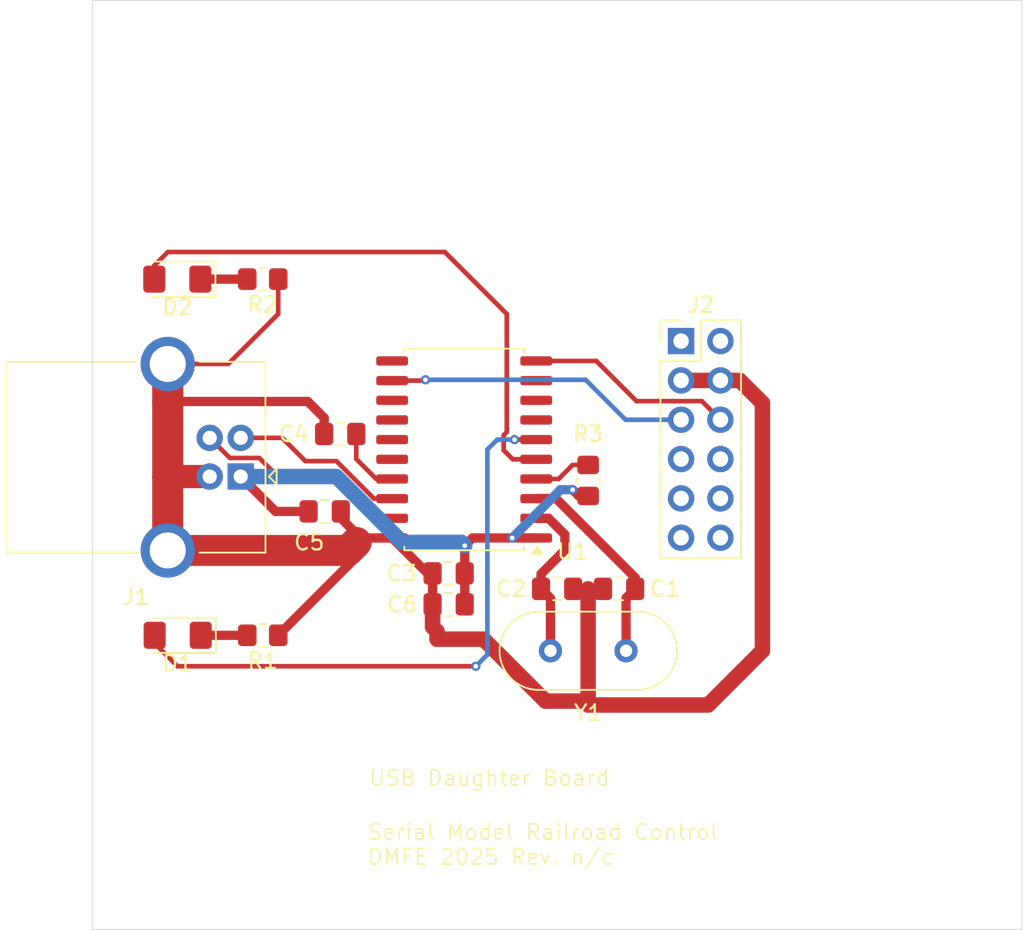
<source format=kicad_pcb>
(kicad_pcb (version 20241229) (generator "pcbnew") (generator_version "9.0")
  (title_block (title "Serial Model Railroad Control") (date "2025-03-23") (rev "n/c") (company "DMFE") (comment 1 "USB Daughter Board"))
  (layers (0 "F.Cu" signal) (2 "B.Cu" signal) (13 "F.Paste" user) (15 "B.Paste" user) (5 "F.SilkS" user "F.Silkscreen") (7 "B.SilkS" user "B.Silkscreen") (1 "F.Mask" user) (3 "B.Mask" user) (25 "Edge.Cuts" user))
  (net 0 "")
  (net 1 "GND")
  (net 2 "Net-(U1-OSC2)")
  (net 3 "Net-(U1-OSC1)")
  (net 4 "+5V")
  (net 5 "Net-(U1-V_USB)")
  (net 6 "Net-(D1-A)")
  (net 7 "Net-(D1-K)")
  (net 8 "Net-(D2-K)")
  (net 9 "Net-(D2-A)")
  (net 10 "Net-(J1-D-)")
  (net 11 "Net-(J1-D+)")
  (net 18 "Net-(J2-Pin_5)")
  (net 19 "Net-(J2-Pin_6)")
  (net 22 "Net-(U1-RST)")
  (footprint "Connector_PinHeader_2.54mm:PinHeader_2x06_P2.54mm_Vertical" (layer "F.Cu") (at 153 77)
    (property "Reference" "J2" (at 1.27 -2.33 0) (layer "F.SilkS"))
    (property "Value" "Conn_02x06_Odd_Even")
    (fp_line (start -1.33 -1.33) (end 0 -1.33) (stroke (width 0.12)) (layer "F.SilkS"))
    (fp_line (start -1.33 0) (end -1.33 -1.33) (stroke (width 0.12)) (layer "F.SilkS"))
    (fp_line (start -1.33 1.27) (end -1.33 14.03) (stroke (width 0.12)) (layer "F.SilkS"))
    (fp_line (start -1.33 1.27) (end 1.27 1.27) (stroke (width 0.12)) (layer "F.SilkS"))
    (fp_line (start -1.33 14.03) (end 3.87 14.03) (stroke (width 0.12)) (layer "F.SilkS"))
    (fp_line (start 1.27 -1.33) (end 3.87 -1.33) (stroke (width 0.12)) (layer "F.SilkS"))
    (fp_line (start 1.27 1.27) (end 1.27 -1.33) (stroke (width 0.12)) (layer "F.SilkS"))
    (fp_line (start 3.87 -1.33) (end 3.87 14.03) (stroke (width 0.12)) (layer "F.SilkS"))
    (pad "1" thru_hole rect (at 0 0) (size 1.7 1.7) (drill 1) (layers "*.Cu" "*.Mask"))
    (pad "2" thru_hole oval (at 2.54 0) (size 1.7 1.7) (drill 1) (layers "*.Cu" "*.Mask"))
    (pad "3" thru_hole oval (at 0 2.54) (size 1.7 1.7) (drill 1) (layers "*.Cu" "*.Mask") (net 1 "GND"))
    (pad "4" thru_hole oval (at 2.54 2.54) (size 1.7 1.7) (drill 1) (layers "*.Cu" "*.Mask") (net 1 "GND"))
    (pad "5" thru_hole oval (at 0 5.08) (size 1.7 1.7) (drill 1) (layers "*.Cu" "*.Mask") (net 18 "Net-(J2-Pin_5)"))
    (pad "6" thru_hole oval (at 2.54 5.08) (size 1.7 1.7) (drill 1) (layers "*.Cu" "*.Mask") (net 19 "Net-(J2-Pin_6)"))
    (pad "7" thru_hole oval (at 0 7.62) (size 1.7 1.7) (drill 1) (layers "*.Cu" "*.Mask"))
    (pad "8" thru_hole oval (at 2.54 7.62) (size 1.7 1.7) (drill 1) (layers "*.Cu" "*.Mask"))
    (pad "9" thru_hole oval (at 0 10.16) (size 1.7 1.7) (drill 1) (layers "*.Cu" "*.Mask"))
    (pad "10" thru_hole oval (at 2.54 10.16) (size 1.7 1.7) (drill 1) (layers "*.Cu" "*.Mask"))
    (pad "11" thru_hole oval (at 0 12.7) (size 1.7 1.7) (drill 1) (layers "*.Cu" "*.Mask"))
    (pad "12" thru_hole oval (at 2.54 12.7) (size 1.7 1.7) (drill 1) (layers "*.Cu" "*.Mask"))
  )
  (footprint "MountingHole:MountingHole_3.2mm_M3" (layer "F.Cu") (at 120 110)
    (property "Reference" "H1" (hide yes))
    (property "Value" "MountingHole")
    (pad "" np_thru_hole circle (at 0 0) (size 3.2 3.2) (drill 3.2) (layers "*.Cu" "*.Mask"))
  )
  (footprint "Capacitor_SMD:C_0805_2012Metric_Pad1.18x1.45mm_HandSolder" (layer "F.Cu") (at 130 88)
    (property "Reference" "C5" (at -1 2 0) (layer "F.SilkS"))
    (property "Value" "0.1uf")
    (fp_line (start -0.261252 -0.735) (end 0.261252 -0.735) (stroke (width 0.12)) (layer "F.SilkS"))
    (fp_line (start -0.261252 0.735) (end 0.261252 0.735) (stroke (width 0.12)) (layer "F.SilkS"))
    (pad "1" smd roundrect (at -1.0375 0) (size 1.175 1.45) (layers "F.Cu" "F.Mask" "F.Paste") (roundrect_rratio 0.212766) (net 4 "+5V"))
    (pad "2" smd roundrect (at 1.0375 0) (size 1.175 1.45) (layers "F.Cu" "F.Mask" "F.Paste") (roundrect_rratio 0.212766) (net 1 "GND"))
  )
  (footprint "Capacitor_SMD:C_0805_2012Metric_Pad1.18x1.45mm_HandSolder" (layer "F.Cu") (at 138 94 180)
    (property "Reference" "C6" (at 3 0 0) (layer "F.SilkS"))
    (property "Value" "4.7uf")
    (fp_line (start -0.261252 0.735) (end 0.261252 0.735) (stroke (width 0.12)) (layer "F.SilkS"))
    (fp_line (start -0.261252 -0.735) (end 0.261252 -0.735) (stroke (width 0.12)) (layer "F.SilkS"))
    (pad "1" smd roundrect (at -1.0375 0 180) (size 1.175 1.45) (layers "F.Cu" "F.Mask" "F.Paste") (roundrect_rratio 0.212766) (net 4 "+5V"))
    (pad "2" smd roundrect (at 1.0375 0 180) (size 1.175 1.45) (layers "F.Cu" "F.Mask" "F.Paste") (roundrect_rratio 0.212766) (net 1 "GND"))
  )
  (footprint "LED_SMD:LED_1206_3216Metric_Pad1.42x1.75mm_HandSolder" (layer "F.Cu") (at 120.5125 96 180)
    (property "Reference" "D1" (at 0 -1.82 0) (layer "F.SilkS"))
    (property "Value" "Green")
    (fp_line (start 1.6 -1.135) (end -2.46 -1.135) (stroke (width 0.12)) (layer "F.SilkS"))
    (fp_line (start -2.46 1.135) (end 1.6 1.135) (stroke (width 0.12)) (layer "F.SilkS"))
    (fp_line (start -2.46 -1.135) (end -2.46 1.135) (stroke (width 0.12)) (layer "F.SilkS"))
    (pad "1" smd roundrect (at -1.4875 0 180) (size 1.425 1.75) (layers "F.Cu" "F.Mask" "F.Paste") (roundrect_rratio 0.175439) (net 7 "Net-(D1-K)"))
    (pad "2" smd roundrect (at 1.4875 0 180) (size 1.425 1.75) (layers "F.Cu" "F.Mask" "F.Paste") (roundrect_rratio 0.175439) (net 6 "Net-(D1-A)"))
  )
  (footprint "Capacitor_SMD:C_0805_2012Metric_Pad1.18x1.45mm_HandSolder" (layer "F.Cu") (at 138 92 180)
    (property "Reference" "C3" (at 3.0375 0 0) (layer "F.SilkS"))
    (property "Value" "0.1uf")
    (fp_line (start -0.261252 0.735) (end 0.261252 0.735) (stroke (width 0.12)) (layer "F.SilkS"))
    (fp_line (start -0.261252 -0.735) (end 0.261252 -0.735) (stroke (width 0.12)) (layer "F.SilkS"))
    (pad "1" smd roundrect (at -1.0375 0 180) (size 1.175 1.45) (layers "F.Cu" "F.Mask" "F.Paste") (roundrect_rratio 0.212766) (net 4 "+5V"))
    (pad "2" smd roundrect (at 1.0375 0 180) (size 1.175 1.45) (layers "F.Cu" "F.Mask" "F.Paste") (roundrect_rratio 0.212766) (net 1 "GND"))
  )
  (footprint "Capacitor_SMD:C_0805_2012Metric_Pad1.18x1.45mm_HandSolder" (layer "F.Cu") (at 131 83 180)
    (property "Reference" "C4" (at 3 0 0) (layer "F.SilkS"))
    (property "Value" "0.1uf")
    (fp_line (start -0.261252 0.735) (end 0.261252 0.735) (stroke (width 0.12)) (layer "F.SilkS"))
    (fp_line (start -0.261252 -0.735) (end 0.261252 -0.735) (stroke (width 0.12)) (layer "F.SilkS"))
    (pad "1" smd roundrect (at -1.0375 0 180) (size 1.175 1.45) (layers "F.Cu" "F.Mask" "F.Paste") (roundrect_rratio 0.212766) (net 5 "Net-(U1-V_USB)"))
    (pad "2" smd roundrect (at 1.0375 0 180) (size 1.175 1.45) (layers "F.Cu" "F.Mask" "F.Paste") (roundrect_rratio 0.212766) (net 1 "GND"))
  )
  (footprint "Capacitor_SMD:C_0805_2012Metric_Pad1.18x1.45mm_HandSolder" (layer "F.Cu") (at 145 93)
    (property "Reference" "C2" (at -2.9625 0 0) (layer "F.SilkS"))
    (property "Value" "15pf")
    (fp_line (start -0.261252 -0.735) (end 0.261252 -0.735) (stroke (width 0.12)) (layer "F.SilkS"))
    (fp_line (start -0.261252 0.735) (end 0.261252 0.735) (stroke (width 0.12)) (layer "F.SilkS"))
    (pad "1" smd roundrect (at -1.0375 0) (size 1.175 1.45) (layers "F.Cu" "F.Mask" "F.Paste") (roundrect_rratio 0.212766) (net 3 "Net-(U1-OSC1)"))
    (pad "2" smd roundrect (at 1.0375 0) (size 1.175 1.45) (layers "F.Cu" "F.Mask" "F.Paste") (roundrect_rratio 0.212766) (net 1 "GND"))
  )
  (footprint "MountingHole:MountingHole_3.2mm_M3" (layer "F.Cu") (at 170 110)
    (property "Reference" "H2" (hide yes))
    (property "Value" "MountingHole")
    (pad "" np_thru_hole circle (at 0 0) (size 3.2 3.2) (drill 3.2) (layers "*.Cu" "*.Mask"))
  )
  (footprint "Crystal:Crystal_HC49-4H_Vertical" (layer "F.Cu") (at 149.45 97 180)
    (property "Reference" "Y1" (at 2.45 -4 0) (layer "F.SilkS"))
    (property "Value" "12MHz")
    (fp_line (start -0.76 2.525) (end 5.64 2.525) (stroke (width 0.12)) (layer "F.SilkS"))
    (fp_line (start -0.76 -2.525) (end 5.64 -2.525) (stroke (width 0.12)) (layer "F.SilkS"))
    (fp_arc (start 5.64 -2.525) (mid 8.165 0) (end 5.64 2.525) (stroke (width 0.12)) (layer "F.SilkS"))
    (fp_arc (start -0.76 2.525) (mid -3.285 0) (end -0.76 -2.525) (stroke (width 0.12)) (layer "F.SilkS"))
    (pad "1" thru_hole circle (at 0 0 180) (size 1.5 1.5) (drill 0.8) (layers "*.Cu" "*.Mask") (net 2 "Net-(U1-OSC2)"))
    (pad "2" thru_hole circle (at 4.88 0 180) (size 1.5 1.5) (drill 0.8) (layers "*.Cu" "*.Mask") (net 3 "Net-(U1-OSC1)"))
  )
  (footprint "MountingHole:MountingHole_3.2mm_M3" (layer "F.Cu") (at 170 60)
    (property "Reference" "H3" (hide yes))
    (property "Value" "MountingHole")
    (pad "" np_thru_hole circle (at 0 0) (size 3.2 3.2) (drill 3.2) (layers "*.Cu" "*.Mask"))
  )
  (footprint "Resistor_SMD:R_0805_2012Metric_Pad1.20x1.40mm_HandSolder" (layer "F.Cu") (at 126 73 180)
    (property "Reference" "R2" (at 0 -1.65 0) (layer "F.SilkS"))
    (property "Value" "4K7")
    (fp_line (start -0.227064 0.735) (end 0.227064 0.735) (stroke (width 0.12)) (layer "F.SilkS"))
    (fp_line (start -0.227064 -0.735) (end 0.227064 -0.735) (stroke (width 0.12)) (layer "F.SilkS"))
    (pad "1" smd roundrect (at -1 0 180) (size 1.2 1.4) (layers "F.Cu" "F.Mask" "F.Paste") (roundrect_rratio 0.208333) (net 1 "GND"))
    (pad "2" smd roundrect (at 1 0 180) (size 1.2 1.4) (layers "F.Cu" "F.Mask" "F.Paste") (roundrect_rratio 0.208333) (net 8 "Net-(D2-K)"))
  )
  (footprint "Package_SO:SOIC-20W_7.5x12.8mm_P1.27mm" (layer "F.Cu") (at 139 84 180)
    (property "Reference" "U1" (at -7 -6.6 0) (layer "F.SilkS"))
    (property "Value" "MCP2200T-I-SO")
    (fp_line (start 3.86 6.51) (end 3.86 6.275) (stroke (width 0.12)) (layer "F.SilkS"))
    (fp_line (start 3.86 -6.51) (end 3.86 -6.275) (stroke (width 0.12)) (layer "F.SilkS"))
    (fp_line (start 0 6.51) (end 3.86 6.51) (stroke (width 0.12)) (layer "F.SilkS"))
    (fp_line (start 0 6.51) (end -3.86 6.51) (stroke (width 0.12)) (layer "F.SilkS"))
    (fp_line (start 0 -6.51) (end 3.86 -6.51) (stroke (width 0.12)) (layer "F.SilkS"))
    (fp_line (start 0 -6.51) (end -3.86 -6.51) (stroke (width 0.12)) (layer "F.SilkS"))
    (fp_line (start -3.86 6.51) (end -3.86 6.275) (stroke (width 0.12)) (layer "F.SilkS"))
    (fp_line (start -3.86 -6.51) (end -3.86 -6.275) (stroke (width 0.12)) (layer "F.SilkS"))
    (fp_poly (pts (xy -4.7125 -6.275) (xy -5.0525 -6.745) (xy -4.3725 -6.745) (xy -4.7125 -6.275)) (stroke (width 0.12)) (fill yes) (layer "F.SilkS"))
    (pad "1" smd roundrect (at -4.65 -5.715 180) (size 2.05 0.6) (layers "F.Cu" "F.Mask" "F.Paste") (net 4 "+5V"))
    (pad "2" smd roundrect (at -4.65 -4.445 180) (size 2.05 0.6) (layers "F.Cu" "F.Mask" "F.Paste") (net 3 "Net-(U1-OSC1)"))
    (pad "3" smd roundrect (at -4.65 -3.175 180) (size 2.05 0.6) (layers "F.Cu" "F.Mask" "F.Paste") (net 2 "Net-(U1-OSC2)"))
    (pad "4" smd roundrect (at -4.65 -1.905 180) (size 2.05 0.6) (layers "F.Cu" "F.Mask" "F.Paste") (net 22 "Net-(U1-RST)"))
    (pad "5" smd roundrect (at -4.65 -0.635 180) (size 2.05 0.6) (layers "F.Cu" "F.Mask" "F.Paste") (net 9 "Net-(D2-A)"))
    (pad "6" smd roundrect (at -4.65 0.635 180) (size 2.05 0.6) (layers "F.Cu" "F.Mask" "F.Paste") (net 6 "Net-(D1-A)"))
    (pad "7" smd roundrect (at -4.65 1.905 180) (size 2.05 0.6) (layers "F.Cu" "F.Mask" "F.Paste"))
    (pad "8" smd roundrect (at -4.65 3.175 180) (size 2.05 0.6) (layers "F.Cu" "F.Mask" "F.Paste"))
    (pad "9" smd roundrect (at -4.65 4.445 180) (size 2.05 0.6) (layers "F.Cu" "F.Mask" "F.Paste"))
    (pad "10" smd roundrect (at -4.65 5.715 180) (size 2.05 0.6) (layers "F.Cu" "F.Mask" "F.Paste") (net 19 "Net-(J2-Pin_6)"))
    (pad "11" smd roundrect (at 4.65 5.715 180) (size 2.05 0.6) (layers "F.Cu" "F.Mask" "F.Paste"))
    (pad "12" smd roundrect (at 4.65 4.445 180) (size 2.05 0.6) (layers "F.Cu" "F.Mask" "F.Paste") (net 18 "Net-(J2-Pin_5)"))
    (pad "13" smd roundrect (at 4.65 3.175 180) (size 2.05 0.6) (layers "F.Cu" "F.Mask" "F.Paste"))
    (pad "14" smd roundrect (at 4.65 1.905 180) (size 2.05 0.6) (layers "F.Cu" "F.Mask" "F.Paste"))
    (pad "15" smd roundrect (at 4.65 0.635 180) (size 2.05 0.6) (layers "F.Cu" "F.Mask" "F.Paste"))
    (pad "16" smd roundrect (at 4.65 -0.635 180) (size 2.05 0.6) (layers "F.Cu" "F.Mask" "F.Paste"))
    (pad "17" smd roundrect (at 4.65 -1.905 180) (size 2.05 0.6) (layers "F.Cu" "F.Mask" "F.Paste") (net 5 "Net-(U1-V_USB)"))
    (pad "18" smd roundrect (at 4.65 -3.175 180) (size 2.05 0.6) (layers "F.Cu" "F.Mask" "F.Paste") (net 10 "Net-(J1-D-)"))
    (pad "19" smd roundrect (at 4.65 -4.445 180) (size 2.05 0.6) (layers "F.Cu" "F.Mask" "F.Paste") (net 11 "Net-(J1-D+)"))
    (pad "20" smd roundrect (at 4.65 -5.715 180) (size 2.05 0.6) (layers "F.Cu" "F.Mask" "F.Paste") (net 1 "GND"))
  )
  (footprint "MountingHole:MountingHole_3.2mm_M3" (layer "F.Cu") (at 120 60)
    (property "Reference" "H4" (hide yes))
    (property "Value" "MountingHole")
    (pad "" np_thru_hole circle (at 0 0) (size 3.2 3.2) (drill 3.2) (layers "*.Cu" "*.Mask"))
  )
  (footprint "Connector_USB:USB_B_OST_USB-B1HSxx_Horizontal" (layer "F.Cu") (at 124.5775 85.75 180)
    (property "Reference" "J1" (at 6.76 -7.77 0) (layer "F.SilkS"))
    (property "Value" "USB_B")
    (fp_line (start 15.12 7.41) (end 6.76 7.41) (stroke (width 0.12)) (layer "F.SilkS"))
    (fp_line (start 15.12 -4.91) (end 15.12 7.41) (stroke (width 0.12)) (layer "F.SilkS"))
    (fp_line (start 6.76 -4.91) (end 15.12 -4.91) (stroke (width 0.12)) (layer "F.SilkS"))
    (fp_line (start 2.66 -4.91) (end -1.6 -4.91) (stroke (width 0.12)) (layer "F.SilkS"))
    (fp_line (start -1.6 7.41) (end 2.66 7.41) (stroke (width 0.12)) (layer "F.SilkS"))
    (fp_line (start -1.6 -4.91) (end -1.6 7.41) (stroke (width 0.12)) (layer "F.SilkS"))
    (fp_line (start -1.82 0) (end -2.32 -0.5) (stroke (width 0.12)) (layer "F.SilkS"))
    (fp_line (start -2.32 0.5) (end -1.82 0) (stroke (width 0.12)) (layer "F.SilkS"))
    (fp_line (start -2.32 -0.5) (end -2.32 0.5) (stroke (width 0.12)) (layer "F.SilkS"))
    (pad "1" thru_hole rect (at 0 0 180) (size 1.7 1.7) (drill 0.92) (layers "*.Cu" "*.Mask") (net 4 "+5V"))
    (pad "2" thru_hole circle (at 0 2.5 180) (size 1.7 1.7) (drill 0.92) (layers "*.Cu" "*.Mask") (net 10 "Net-(J1-D-)"))
    (pad "3" thru_hole circle (at 2 2.5 180) (size 1.7 1.7) (drill 0.92) (layers "*.Cu" "*.Mask") (net 11 "Net-(J1-D+)"))
    (pad "4" thru_hole circle (at 2 0 180) (size 1.7 1.7) (drill 0.92) (layers "*.Cu" "*.Mask") (net 1 "GND"))
    (pad "5" thru_hole circle (at 4.71 -4.77 180) (size 3.5 3.5) (drill 2.33) (layers "*.Cu" "*.Mask") (net 1 "GND"))
    (pad "5" thru_hole circle (at 4.71 7.27 180) (size 3.5 3.5) (drill 2.33) (layers "*.Cu" "*.Mask") (net 1 "GND"))
  )
  (footprint "Resistor_SMD:R_0805_2012Metric_Pad1.20x1.40mm_HandSolder" (layer "F.Cu") (at 147 86 -90)
    (property "Reference" "R3" (at -3 0 180) (layer "F.SilkS"))
    (property "Value" "4K7")
    (fp_line (start -0.227064 0.735) (end 0.227064 0.735) (stroke (width 0.12)) (layer "F.SilkS"))
    (fp_line (start -0.227064 -0.735) (end 0.227064 -0.735) (stroke (width 0.12)) (layer "F.SilkS"))
    (pad "1" smd roundrect (at -1 0 270) (size 1.2 1.4) (layers "F.Cu" "F.Mask" "F.Paste") (roundrect_rratio 0.208333) (net 22 "Net-(U1-RST)"))
    (pad "2" smd roundrect (at 1 0 270) (size 1.2 1.4) (layers "F.Cu" "F.Mask" "F.Paste") (roundrect_rratio 0.208333) (net 4 "+5V"))
  )
  (footprint "Capacitor_SMD:C_0805_2012Metric_Pad1.18x1.45mm_HandSolder" (layer "F.Cu") (at 149 93 180)
    (property "Reference" "C1" (at -2.9625 0 0) (layer "F.SilkS"))
    (property "Value" "15pf")
    (fp_line (start -0.261252 0.735) (end 0.261252 0.735) (stroke (width 0.12)) (layer "F.SilkS"))
    (fp_line (start -0.261252 -0.735) (end 0.261252 -0.735) (stroke (width 0.12)) (layer "F.SilkS"))
    (pad "1" smd roundrect (at -1.0375 0 180) (size 1.175 1.45) (layers "F.Cu" "F.Mask" "F.Paste") (roundrect_rratio 0.212766) (net 2 "Net-(U1-OSC2)"))
    (pad "2" smd roundrect (at 1.0375 0 180) (size 1.175 1.45) (layers "F.Cu" "F.Mask" "F.Paste") (roundrect_rratio 0.212766) (net 1 "GND"))
  )
  (footprint "Resistor_SMD:R_0805_2012Metric_Pad1.20x1.40mm_HandSolder" (layer "F.Cu") (at 126 96 180)
    (property "Reference" "R1" (at 0 -1.65 0) (layer "F.SilkS"))
    (property "Value" "4K7")
    (fp_line (start -0.227064 0.735) (end 0.227064 0.735) (stroke (width 0.12)) (layer "F.SilkS"))
    (fp_line (start -0.227064 -0.735) (end 0.227064 -0.735) (stroke (width 0.12)) (layer "F.SilkS"))
    (pad "1" smd roundrect (at -1 0 180) (size 1.2 1.4) (layers "F.Cu" "F.Mask" "F.Paste") (roundrect_rratio 0.208333) (net 1 "GND"))
    (pad "2" smd roundrect (at 1 0 180) (size 1.2 1.4) (layers "F.Cu" "F.Mask" "F.Paste") (roundrect_rratio 0.208333) (net 7 "Net-(D1-K)"))
  )
  (footprint "LED_SMD:LED_1206_3216Metric_Pad1.42x1.75mm_HandSolder" (layer "F.Cu") (at 120.4875 73 180)
    (property "Reference" "D2" (at 0 -1.82 0) (layer "F.SilkS"))
    (property "Value" "Green")
    (fp_line (start 1.6 -1.135) (end -2.46 -1.135) (stroke (width 0.12)) (layer "F.SilkS"))
    (fp_line (start -2.46 1.135) (end 1.6 1.135) (stroke (width 0.12)) (layer "F.SilkS"))
    (fp_line (start -2.46 -1.135) (end -2.46 1.135) (stroke (width 0.12)) (layer "F.SilkS"))
    (pad "1" smd roundrect (at -1.4875 0 180) (size 1.425 1.75) (layers "F.Cu" "F.Mask" "F.Paste") (roundrect_rratio 0.175439) (net 8 "Net-(D2-K)"))
    (pad "2" smd roundrect (at 1.4875 0 180) (size 1.425 1.75) (layers "F.Cu" "F.Mask" "F.Paste") (roundrect_rratio 0.175439) (net 9 "Net-(D2-A)"))
  )
  (gr_rect (start 115 55) (end 175 115) (stroke (width 0.05)) (fill no) (layer "Edge.Cuts"))
  (gr_text "Serial Model Railroad Control\nDMFE 2025 Rev. n/c" (at 132.7 110.9 0) (layer "F.SilkS") (effects (font (size 1 1) (thickness 0.1)) (justify left bottom)))
  (gr_text "USB Daughter Board" (at 132.8 105.8 0) (layer "F.SilkS") (effects (font (size 1 1) (thickness 0.1)) (justify left bottom)))
  (segment (start 131.5175 90.52) (end 132.0375 90) (width 2) (layer "F.Cu") (net 1))
  (segment (start 132.3225 89.715) (end 132.0375 90) (width 0.6) (layer "F.Cu") (net 1))
  (segment (start 132.0375 90) (end 132.0375 90.9625) (width 0.6) (layer "F.Cu") (net 1))
  (segment (start 132.0375 90.9625) (end 127 96) (width 0.6) (layer "F.Cu") (net 1))
  (segment (start 129.9625 81.9625) (end 128.9 80.9) (width 0.6) (layer "F.Cu") (net 1))
  (segment (start 137.25 95.75) (end 136.9625 95.4625) (width 1) (layer "F.Cu") (net 1))
  (segment (start 119.8675 78.48) (end 119.8675 80.9) (width 2) (layer "F.Cu") (net 1))
  (segment (start 146.0375 93) (end 147 93) (width 0.6) (layer "F.Cu") (net 1))
  (segment (start 147 100.25) (end 144.25 100.25) (width 1) (layer "F.Cu") (net 1))
  (segment (start 147 100.25) (end 147 93) (width 1) (layer "F.Cu") (net 1))
  (segment (start 119.8675 80.9) (end 119.8675 85.8) (width 2) (layer "F.Cu") (net 1))
  (segment (start 158.25 81) (end 158.25 97) (width 1) (layer "F.Cu") (net 1))
  (segment (start 156.79 79.54) (end 158.25 81) (width 1) (layer "F.Cu") (net 1))
  (segment (start 140.25 96.25) (end 137.25 96.25) (width 1) (layer "F.Cu") (net 1))
  (segment (start 136.9625 95.4625) (end 136.9625 94) (width 1) (layer "F.Cu") (net 1))
  (segment (start 147 100.5) (end 147 100.25) (width 1) (layer "F.Cu") (net 1))
  (segment (start 155.54 79.54) (end 153 79.54) (width 1) (layer "F.Cu") (net 1))
  (segment (start 122.5775 85.75) (end 119.9175 85.75) (width 1.5) (layer "F.Cu") (net 1))
  (segment (start 144.25 100.25) (end 140.25 96.25) (width 1) (layer "F.Cu") (net 1))
  (segment (start 131.0375 88) (end 131.0375 88.43) (width 0.6) (layer "F.Cu") (net 1))
  (segment (start 128.9 80.9) (end 119.8675 80.9) (width 0.6) (layer "F.Cu") (net 1))
  (segment (start 129.9625 83) (end 129.9625 81.9625) (width 0.6) (layer "F.Cu") (net 1))
  (segment (start 136.9625 94) (end 136.9625 92) (width 0.6) (layer "F.Cu") (net 1))
  (segment (start 137.25 96.25) (end 137.25 95.75) (width 1) (layer "F.Cu") (net 1))
  (segment (start 155.54 79.54) (end 156.79 79.54) (width 1) (layer "F.Cu") (net 1))
  (segment (start 127 73) (end 127 75.25) (width 0.3) (layer "F.Cu") (net 1))
  (segment (start 119.8675 90.52) (end 131.5175 90.52) (width 2) (layer "F.Cu") (net 1))
  (segment (start 119.8675 85.8) (end 119.8675 90.52) (width 2) (layer "F.Cu") (net 1))
  (segment (start 158.25 97) (end 154.75 100.5) (width 1) (layer "F.Cu") (net 1))
  (segment (start 119.9175 85.75) (end 119.8675 85.8) (width 0.6) (layer "F.Cu") (net 1))
  (segment (start 131.0375 88.43) (end 132.3225 89.715) (width 0.6) (layer "F.Cu") (net 1))
  (segment (start 154.75 100.5) (end 147 100.5) (width 1) (layer "F.Cu") (net 1))
  (segment (start 134.35 89.715) (end 132.3225 89.715) (width 0.6) (layer "F.Cu") (net 1))
  (segment (start 123.77 78.48) (end 119.8675 78.48) (width 0.3) (layer "F.Cu") (net 1))
  (segment (start 136.635 92) (end 134.35 89.715) (width 0.6) (layer "F.Cu") (net 1))
  (segment (start 136.9625 92) (end 136.635 92) (width 0.6) (layer "F.Cu") (net 1))
  (segment (start 147 93) (end 147.9625 93) (width 0.6) (layer "F.Cu") (net 1))
  (segment (start 127 75.25) (end 123.77 78.48) (width 0.3) (layer "F.Cu") (net 1))
  (segment (start 149.45 93.5875) (end 150.0375 93) (width 0.6) (layer "F.Cu") (net 2))
  (segment (start 150.0375 93) (end 150.0375 92.275) (width 0.6) (layer "F.Cu") (net 2))
  (segment (start 144.9375 87.175) (end 143.65 87.175) (width 0.6) (layer "F.Cu") (net 2))
  (segment (start 150.0375 92.275) (end 144.9375 87.175) (width 0.6) (layer "F.Cu") (net 2))
  (segment (start 149.45 97) (end 149.45 93.5875) (width 0.6) (layer "F.Cu") (net 2))
  (segment (start 143.9625 92.0375) (end 145.5 90.5) (width 0.6) (layer "F.Cu") (net 3))
  (segment (start 145.5 89.5) (end 144.445 88.445) (width 0.6) (layer "F.Cu") (net 3))
  (segment (start 144.445 88.445) (end 143.65 88.445) (width 0.6) (layer "F.Cu") (net 3))
  (segment (start 145.5 89.5) (end 145.5 90.5) (width 0.6) (layer "F.Cu") (net 3))
  (segment (start 143.9625 93) (end 143.9625 92.0375) (width 0.6) (layer "F.Cu") (net 3))
  (segment (start 144.57 93.6075) (end 143.9625 93) (width 0.6) (layer "F.Cu") (net 3))
  (segment (start 144.57 97) (end 144.57 93.6075) (width 0.6) (layer "F.Cu") (net 3))
  (segment (start 143.65 89.715) (end 142.1 89.715) (width 0.6) (layer "F.Cu") (net 4))
  (segment (start 128.9625 88) (end 126.8275 88) (width 0.6) (layer "F.Cu") (net 4))
  (segment (start 146.4 87) (end 146 86.6) (width 0.6) (layer "F.Cu") (net 4))
  (segment (start 139.535 89.715) (end 139.0375 90.2125) (width 0.6) (layer "F.Cu") (net 4))
  (segment (start 147 87) (end 146.4 87) (width 0.6) (layer "F.Cu") (net 4))
  (segment (start 139.0375 92) (end 139.0375 94) (width 0.6) (layer "F.Cu") (net 4))
  (segment (start 126.8275 88) (end 124.5775 85.75) (width 0.6) (layer "F.Cu") (net 4))
  (segment (start 139.0375 90.2125) (end 139.0375 92) (width 0.6) (layer "F.Cu") (net 4))
  (segment (start 142.1 89.715) (end 139.535 89.715) (width 0.6) (layer "F.Cu") (net 4))
  (via (at 139.0375 90.2125) (size 0.6) (drill 0.3) (layers "F.Cu" "B.Cu") (net 4))
  (via (at 142.1 89.715) (size 0.6) (drill 0.3) (layers "F.Cu" "B.Cu") (net 4))
  (via (at 146 86.6) (size 0.6) (drill 0.3) (layers "F.Cu" "B.Cu") (net 4))
  (segment (start 124.5775 85.75) (end 130.75 85.75) (width 1) (layer "B.Cu") (net 4))
  (segment (start 146 86.6) (end 145.215 86.6) (width 0.6) (layer "B.Cu") (net 4))
  (segment (start 130.75 85.75) (end 135 90) (width 1) (layer "B.Cu") (net 4))
  (segment (start 135 90) (end 138.825 90) (width 1) (layer "B.Cu") (net 4))
  (segment (start 138.825 90) (end 139.0375 90.2125) (width 1) (layer "B.Cu") (net 4))
  (segment (start 145.215 86.6) (end 142.1 89.715) (width 0.6) (layer "B.Cu") (net 4))
  (segment (start 133.325001 85.905) (end 134.35 85.905) (width 0.3) (layer "F.Cu") (net 5))
  (segment (start 132.0375 84.617499) (end 133.325001 85.905) (width 0.3) (layer "F.Cu") (net 5))
  (segment (start 132.0375 83) (end 132.0375 84.617499) (width 0.3) (layer "F.Cu") (net 5))
  (segment (start 119.025 96.525) (end 120.5 98) (width 0.3) (layer "F.Cu") (net 6))
  (segment (start 119.025 96) (end 119.025 96.525) (width 0.3) (layer "F.Cu") (net 6))
  (segment (start 143.65 83.365) (end 142.25 83.365) (width 0.3) (layer "F.Cu") (net 6))
  (segment (start 120.5 98) (end 139.75 98) (width 0.3) (layer "F.Cu") (net 6))
  (via (at 139.75 98) (size 0.6) (drill 0.3) (layers "F.Cu" "B.Cu") (net 6))
  (via (at 142.25 83.365) (size 0.6) (drill 0.3) (layers "F.Cu" "B.Cu") (net 6))
  (segment (start 141.135 83.365) (end 142.25 83.365) (width 0.3) (layer "B.Cu") (net 6))
  (segment (start 140.5 97.25) (end 140.5 84) (width 0.3) (layer "B.Cu") (net 6))
  (segment (start 139.75 98) (end 140.5 97.25) (width 0.3) (layer "B.Cu") (net 6))
  (segment (start 140.5 84) (end 141.135 83.365) (width 0.3) (layer "B.Cu") (net 6))
  (segment (start 125 96) (end 122 96) (width 0.6) (layer "F.Cu") (net 7))
  (segment (start 121.975 73) (end 125 73) (width 0.6) (layer "F.Cu") (net 8))
  (segment (start 141.75 82.87505) (end 141.55 83.07505) (width 0.3) (layer "F.Cu") (net 9))
  (segment (start 119 72.125001) (end 119.875001 71.25) (width 0.3) (layer "F.Cu") (net 9))
  (segment (start 141.55 84.05) (end 142.135 84.635) (width 0.3) (layer "F.Cu") (net 9))
  (segment (start 141.75 75.25) (end 141.75 82.87505) (width 0.3) (layer "F.Cu") (net 9))
  (segment (start 119.875001 71.25) (end 137.75 71.25) (width 0.3) (layer "F.Cu") (net 9))
  (segment (start 137.75 71.25) (end 141.75 75.25) (width 0.3) (layer "F.Cu") (net 9))
  (segment (start 142.135 84.635) (end 143.65 84.635) (width 0.3) (layer "F.Cu") (net 9))
  (segment (start 119 73) (end 119 72.125001) (width 0.3) (layer "F.Cu") (net 9))
  (segment (start 141.55 83.07505) (end 141.55 84.05) (width 0.3) (layer "F.Cu") (net 9))
  (segment (start 127.25 83.25) (end 128.75 84.75) (width 0.3) (layer "F.Cu") (net 10))
  (segment (start 128.75 84.75) (end 130.75 84.75) (width 0.3) (layer "F.Cu") (net 10))
  (segment (start 133.175 87.175) (end 134.35 87.175) (width 0.3) (layer "F.Cu") (net 10))
  (segment (start 130.75 84.75) (end 133.175 87.175) (width 0.3) (layer "F.Cu") (net 10))
  (segment (start 124.5775 83.25) (end 127.25 83.25) (width 0.3) (layer "F.Cu") (net 10))
  (segment (start 130.6 85.4) (end 126.6295 85.4) (width 0.3) (layer "F.Cu") (net 11))
  (segment (start 123.8765 84.549) (end 122.5775 83.25) (width 0.3) (layer "F.Cu") (net 11))
  (segment (start 133.645 88.445) (end 130.6 85.4) (width 0.3) (layer "F.Cu") (net 11))
  (segment (start 125.7785 84.549) (end 123.8765 84.549) (width 0.3) (layer "F.Cu") (net 11))
  (segment (start 134.35 88.445) (end 133.645 88.445) (width 0.3) (layer "F.Cu") (net 11))
  (segment (start 126.6295 85.4) (end 125.7785 84.549) (width 0.3) (layer "F.Cu") (net 11))
  (segment (start 136.445 79.555) (end 136.5 79.5) (width 0.3) (layer "F.Cu") (net 18))
  (segment (start 134.35 79.555) (end 136.445 79.555) (width 0.3) (layer "F.Cu") (net 18))
  (via (at 136.5 79.5) (size 0.6) (drill 0.3) (layers "F.Cu" "B.Cu") (net 18))
  (segment (start 153 82.08) (end 149.42 82.08) (width 0.3) (layer "B.Cu") (net 18))
  (segment (start 149.42 82.08) (end 146.84 79.5) (width 0.3) (layer "B.Cu") (net 18))
  (segment (start 146.84 79.5) (end 136.5 79.5) (width 0.3) (layer "B.Cu") (net 18))
  (segment (start 155.54 82.08) (end 154.339 80.879) (width 0.3) (layer "F.Cu") (net 19))
  (segment (start 154.339 80.879) (end 150.121 80.879) (width 0.3) (layer "F.Cu") (net 19))
  (segment (start 150.121 80.879) (end 147.527 78.285) (width 0.3) (layer "F.Cu") (net 19))
  (segment (start 147.527 78.285) (end 143.65 78.285) (width 0.3) (layer "F.Cu") (net 19))
  (segment (start 143.65 85.905) (end 145.095 85.905) (width 0.3) (layer "F.Cu") (net 22))
  (segment (start 145.095 85.905) (end 146 85) (width 0.3) (layer "F.Cu") (net 22))
  (segment (start 146 85) (end 147 85) (width 0.3) (layer "F.Cu") (net 22))
)
</source>
